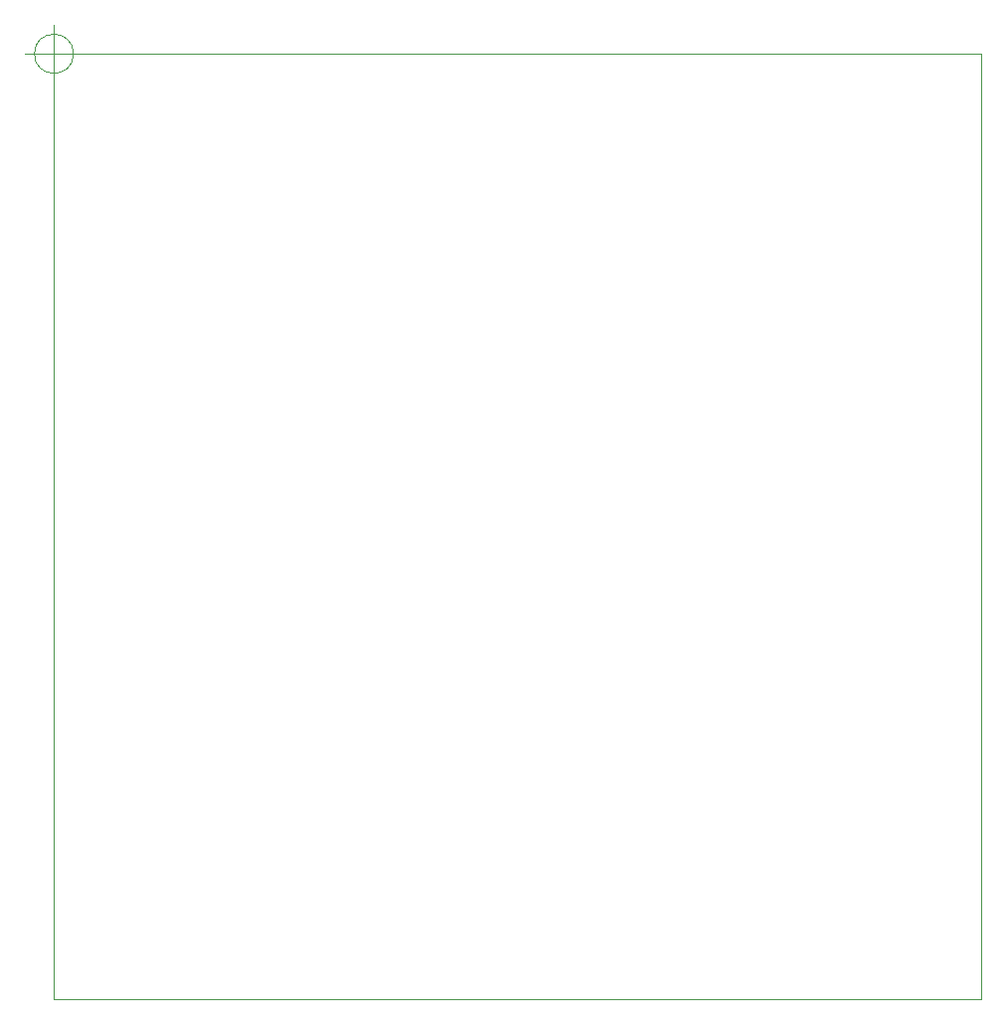
<source format=gm1>
G04 #@! TF.FileFunction,Profile,NP*
%FSLAX46Y46*%
G04 Gerber Fmt 4.6, Leading zero omitted, Abs format (unit mm)*
G04 Created by KiCad (PCBNEW 4.0.7-e0-6372~58~ubuntu16.10.1) date Tue Oct  3 15:09:46 2017*
%MOMM*%
%LPD*%
G01*
G04 APERTURE LIST*
%ADD10C,0.150000*%
%ADD11C,0.100000*%
G04 APERTURE END LIST*
D10*
D11*
X79000000Y0D02*
X0Y0D01*
X79000000Y-80500000D02*
X79000000Y0D01*
X0Y-80500000D02*
X79000000Y-80500000D01*
X0Y-80000000D02*
X0Y-80500000D01*
X0Y0D02*
X0Y-80000000D01*
X1666666Y0D02*
G75*
G03X1666666Y0I-1666666J0D01*
G01*
X-2500000Y0D02*
X2500000Y0D01*
X0Y2500000D02*
X0Y-2500000D01*
X0Y0D02*
X1000000Y0D01*
M02*

</source>
